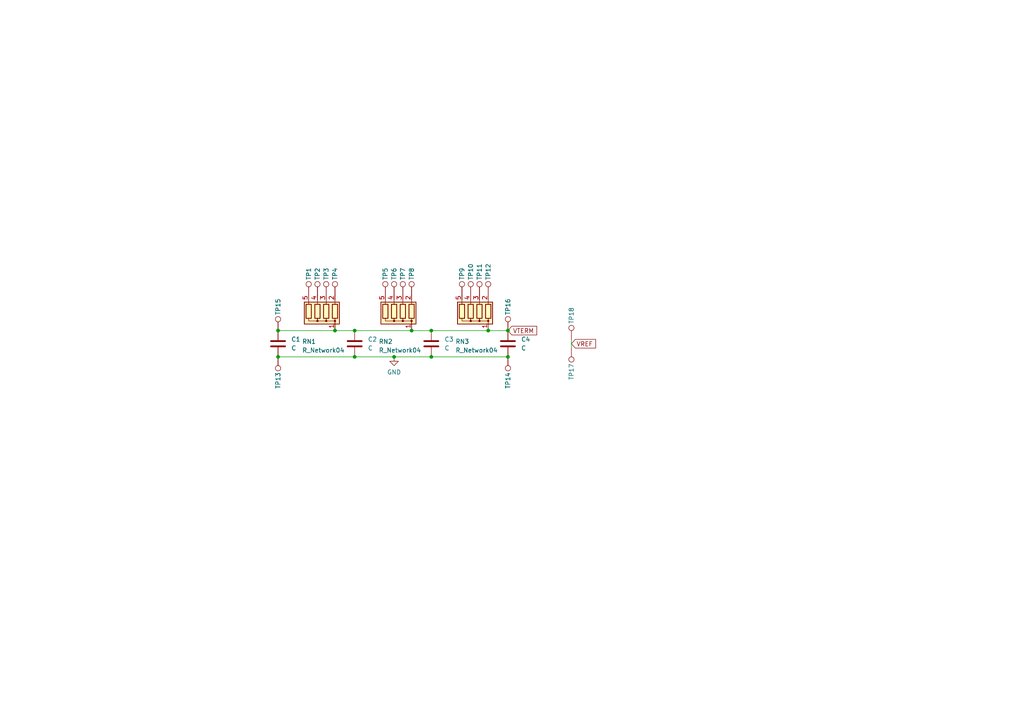
<source format=kicad_sch>
(kicad_sch (version 20230121) (generator eeschema)
  (paper "A4")
  (lib_symbols
    (symbol "Connector:TestPoint" (pin_numbers hide) (pin_names (offset 0.762) hide)
      (property "Reference" "TP" (at 0 6.858 0))
      (property "Value" "TestPoint" (at 0 5.08 0))
      (symbol "TestPoint_0_1"
        (circle (center 0 3.302) (radius 0.762))
      )
      (symbol "TestPoint_1_1"
        (pin passive line (at 0 0 90) (length 2.54) (name "1") (number "1"))
      )
    )
    (symbol "Device:C" (pin_numbers hide) (pin_names (offset 0.254))
      (property "Reference" "C" (at 0.635 2.54 0))
      (property "Value" "C" (at 0.635 -2.54 0))
      (symbol "C_0_1"
        (polyline (pts (xy -2.032 -0.762) (xy 2.032 -0.762)) (stroke (width 0.508)))
        (polyline (pts (xy -2.032 0.762) (xy 2.032 0.762)) (stroke (width 0.508)))
      )
      (symbol "C_1_1"
        (pin passive line (at 0 3.81 270) (length 2.794) (name "~") (number "1"))
        (pin passive line (at 0 -3.81 90) (length 2.794) (name "~") (number "2"))
      )
    )
    (symbol "Device:R_Network04" (pin_names (offset 0) hide)
      (property "Reference" "RN" (at -7.62 0 90))
      (property "Value" "R_Network04" (at 5.08 0 90))
      (symbol "R_Network04_0_1"
        (rectangle (start -6.35 -3.175) (end 3.81 3.175) (stroke (width 0.254)) (fill (type background)))
        (rectangle (start -5.842 1.524) (end -4.318 -2.54) (stroke (width 0.254)))
        (circle (center -5.08 2.286) (radius 0.254) (fill (type outline)))
        (rectangle (start -3.302 1.524) (end -1.778 -2.54) (stroke (width 0.254)))
        (circle (center -2.54 2.286) (radius 0.254) (fill (type outline)))
        (rectangle (start -0.762 1.524) (end 0.762 -2.54) (stroke (width 0.254)))
        (polyline (pts (xy -5.08 -2.54) (xy -5.08 -3.81)))
        (polyline (pts (xy -2.54 -2.54) (xy -2.54 -3.81)))
        (polyline (pts (xy 0 -2.54) (xy 0 -3.81)))
        (polyline (pts (xy 2.54 -2.54) (xy 2.54 -3.81)))
        (polyline (pts (xy -5.08 1.524) (xy -5.08 2.286) (xy -2.54 2.286) (xy -2.54 1.524)))
        (polyline (pts (xy -2.54 1.524) (xy -2.54 2.286) (xy 0 2.286) (xy 0 1.524)))
        (polyline (pts (xy 0 1.524) (xy 0 2.286) (xy 2.54 2.286) (xy 2.54 1.524)))
        (circle (center 0 2.286) (radius 0.254) (fill (type outline)))
        (rectangle (start 1.778 1.524) (end 3.302 -2.54) (stroke (width 0.254)))
      )
      (symbol "R_Network04_1_1"
        (pin passive line (at -5.08 5.08 270) (length 2.54) (name "common") (number "1"))
        (pin passive line (at -5.08 -5.08 90) (length 1.27) (name "R1") (number "2"))
        (pin passive line (at -2.54 -5.08 90) (length 1.27) (name "R2") (number "3"))
        (pin passive line (at 0 -5.08 90) (length 1.27) (name "R3") (number "4"))
        (pin passive line (at 2.54 -5.08 90) (length 1.27) (name "R4") (number "5"))
      )
    )
    (symbol "power:GND" (power) (pin_names (offset 0))
      (property "Value" "GND" (at 0 -3.81 0))
      (symbol "GND_0_1"
        (polyline (pts (xy 0 0) (xy 0 -1.27) (xy 1.27 -1.27) (xy 0 -2.54) (xy -1.27 -1.27) (xy 0 -1.27)))
      )
      (symbol "GND_1_1"
        (pin power_in line (at 0 0 270) (length 0) hide (name "GND") (number "1"))
      )
    )
  )
  (junction (at 147.32 95.885))
  (junction (at 114.3 103.505))
  (junction (at 125.095 103.505))
  (junction (at 97.155 95.885))
  (junction (at 102.87 103.505))
  (junction (at 147.32 103.505))
  (junction (at 125.095 95.885))
  (junction (at 102.87 95.885))
  (junction (at 80.645 95.885))
  (junction (at 119.38 95.885))
  (junction (at 141.605 95.885))
  (junction (at 80.645 103.505))
  (wire (pts (xy 102.87 103.505) (xy 114.3 103.505)))
  (wire (pts (xy 80.645 95.885) (xy 97.155 95.885)))
  (wire (pts (xy 125.095 103.505) (xy 147.32 103.505)))
  (wire (pts (xy 102.87 95.885) (xy 119.38 95.885)))
  (wire (pts (xy 97.155 95.885) (xy 102.87 95.885)))
  (wire (pts (xy 165.735 98.425) (xy 165.735 100.965)))
  (wire (pts (xy 141.605 95.885) (xy 147.32 95.885)))
  (wire (pts (xy 125.095 95.885) (xy 141.605 95.885)))
  (wire (pts (xy 119.38 95.885) (xy 125.095 95.885)))
  (wire (pts (xy 80.645 103.505) (xy 102.87 103.505)))
  (wire (pts (xy 114.3 103.505) (xy 125.095 103.505)))
  (global_label "VREF" (shape input) (at 165.735 99.695 0) (property "Intersheetrefs" "${INTERSHEET_REFS}" (effects hide)))
  (global_label "VTERM" (shape input) (at 147.32 95.885 0) (property "Intersheetrefs" "${INTERSHEET_REFS}" (effects hide)))
  (symbol (lib_id "Connector:TestPoint") (at 89.535 85.725 0) (unit 1)
    (property "Reference" "TP1" (at 89.535 81.28 90) (effects (justify left)))
    (property "Value" "TestPoint" (effects hide))
    (property "Footprint" "Library:RAM Via" (effects hide))
  )
  (symbol (lib_id "power:GND") (at 114.3 103.505 0) (unit 1)
    (property "Reference" "#PWR01" (effects hide))
    (property "Value" "GND" (at 114.3 107.95 0))
  )
  (symbol (lib_id "Connector:TestPoint") (at 147.32 95.885 0) (unit 1)
    (property "Reference" "TP16" (at 147.32 91.44 90) (effects (justify left)))
    (property "Value" "TestPoint" (effects hide))
    (property "Footprint" "Library:RAM Via 2" (effects hide))
  )
  (symbol (lib_id "Connector:TestPoint") (at 119.38 85.725 0) (unit 1)
    (property "Reference" "TP8" (at 119.38 81.28 90) (effects (justify left)))
    (property "Value" "TestPoint" (effects hide))
    (property "Footprint" "Library:RAM Via" (effects hide))
  )
  (symbol (lib_id "Connector:TestPoint") (at 139.065 85.725 0) (unit 1)
    (property "Reference" "TP11" (at 139.065 81.28 90) (effects (justify left)))
    (property "Value" "TestPoint" (effects hide))
    (property "Footprint" "Library:RAM Via" (effects hide))
  )
  (symbol (lib_id "Device:R_Network04") (at 136.525 90.805 180) (unit 1)
    (property "Reference" "RN3" (at 132.08 99.06 0) (effects (justify right)))
    (property "Value" "R_Network04" (at 132.08 101.6 0) (effects (justify right)))
    (property "Footprint" "Library:R_Array_Concave_4x0603" (effects hide))
    (property "Datasheet" "http://www.vishay.com/docs/31509/csc.pdf" (effects hide))
  )
  (symbol (lib_id "Connector:TestPoint") (at 111.76 85.725 0) (unit 1)
    (property "Reference" "TP5" (at 111.76 81.28 90) (effects (justify left)))
    (property "Value" "TestPoint" (effects hide))
    (property "Footprint" "Library:RAM Via" (effects hide))
  )
  (symbol (lib_id "Connector:TestPoint") (at 80.645 95.885 0) (unit 1)
    (property "Reference" "TP15" (at 80.645 91.44 90) (effects (justify left)))
    (property "Value" "TestPoint" (effects hide))
    (property "Footprint" "Library:RAM Via 2" (effects hide))
  )
  (symbol (lib_id "Connector:TestPoint") (at 165.735 98.425 0) (unit 1)
    (property "Reference" "TP18" (at 165.735 93.98 90) (effects (justify left)))
    (property "Value" "TestPoint" (effects hide))
    (property "Footprint" "Library:RAM Via" (effects hide))
  )
  (symbol (lib_id "Connector:TestPoint") (at 133.985 85.725 0) (unit 1)
    (property "Reference" "TP9" (at 133.985 81.28 90) (effects (justify left)))
    (property "Value" "TestPoint" (effects hide))
    (property "Footprint" "Library:RAM Via" (effects hide))
  )
  (symbol (lib_id "Connector:TestPoint") (at 165.735 100.965 180) (unit 1)
    (property "Reference" "TP17" (at 165.735 105.41 90) (effects (justify left)))
    (property "Value" "TestPoint" (effects hide))
    (property "Footprint" "Library:RAM Via 2" (effects hide))
  )
  (symbol (lib_id "Connector:TestPoint") (at 141.605 85.725 0) (unit 1)
    (property "Reference" "TP12" (at 141.605 81.28 90) (effects (justify left)))
    (property "Value" "TestPoint" (effects hide))
    (property "Footprint" "Library:RAM Via" (effects hide))
  )
  (symbol (lib_id "Connector:TestPoint") (at 116.84 85.725 0) (unit 1)
    (property "Reference" "TP7" (at 116.84 81.28 90) (effects (justify left)))
    (property "Value" "TestPoint" (effects hide))
    (property "Footprint" "Library:RAM Via" (effects hide))
  )
  (symbol (lib_id "Connector:TestPoint") (at 80.645 103.505 180) (unit 1)
    (property "Reference" "TP13" (at 80.645 107.95 90) (effects (justify left)))
    (property "Value" "TestPoint" (effects hide))
    (property "Footprint" "Library:RAM GND" (effects hide))
  )
  (symbol (lib_id "Connector:TestPoint") (at 92.075 85.725 0) (unit 1)
    (property "Reference" "TP2" (at 92.075 81.28 90) (effects (justify left)))
    (property "Value" "TestPoint" (effects hide))
    (property "Footprint" "Library:RAM Via" (effects hide))
  )
  (symbol (lib_id "Device:C") (at 147.32 99.695 0) (unit 1)
    (property "Reference" "C4" (at 151.13 98.425 0) (effects (justify left)))
    (property "Value" "C" (at 151.13 100.965 0) (effects (justify left)))
    (property "Footprint" "Capacitor_SMD:C_0603_1608Metric" (effects hide))
  )
  (symbol (lib_id "Connector:TestPoint") (at 114.3 85.725 0) (unit 1)
    (property "Reference" "TP6" (at 114.3 81.28 90) (effects (justify left)))
    (property "Value" "TestPoint" (effects hide))
    (property "Footprint" "Library:RAM Via" (effects hide))
  )
  (symbol (lib_id "Device:C") (at 125.095 99.695 0) (unit 1)
    (property "Reference" "C3" (at 128.905 98.425 0) (effects (justify left)))
    (property "Value" "C" (at 128.905 100.965 0) (effects (justify left)))
    (property "Footprint" "Capacitor_SMD:C_0603_1608Metric" (effects hide))
  )
  (symbol (lib_id "Connector:TestPoint") (at 94.615 85.725 0) (unit 1)
    (property "Reference" "TP3" (at 94.615 81.28 90) (effects (justify left)))
    (property "Value" "TestPoint" (effects hide))
    (property "Footprint" "Library:RAM Via" (effects hide))
  )
  (symbol (lib_id "Connector:TestPoint") (at 136.525 85.725 0) (unit 1)
    (property "Reference" "TP10" (at 136.525 81.28 90) (effects (justify left)))
    (property "Value" "TestPoint" (effects hide))
    (property "Footprint" "Library:RAM Via" (effects hide))
  )
  (symbol (lib_id "Device:R_Network04") (at 92.075 90.805 180) (unit 1)
    (property "Reference" "RN1" (at 87.63 99.06 0) (effects (justify right)))
    (property "Value" "R_Network04" (at 87.63 101.6 0) (effects (justify right)))
    (property "Footprint" "Library:R_Array_Concave_4x0603" (effects hide))
    (property "Datasheet" "http://www.vishay.com/docs/31509/csc.pdf" (effects hide))
  )
  (symbol (lib_id "Device:C") (at 80.645 99.695 0) (unit 1)
    (property "Reference" "C1" (at 84.455 98.425 0) (effects (justify left)))
    (property "Value" "C" (at 84.455 100.965 0) (effects (justify left)))
    (property "Footprint" "Capacitor_SMD:C_0603_1608Metric" (effects hide))
  )
  (symbol (lib_id "Device:R_Network04") (at 114.3 90.805 180) (unit 1)
    (property "Reference" "RN2" (at 109.855 99.06 0) (effects (justify right)))
    (property "Value" "R_Network04" (at 109.855 101.6 0) (effects (justify right)))
    (property "Footprint" "Library:R_Array_Concave_4x0603" (effects hide))
    (property "Datasheet" "http://www.vishay.com/docs/31509/csc.pdf" (effects hide))
  )
  (symbol (lib_id "Device:C") (at 102.87 99.695 0) (unit 1)
    (property "Reference" "C2" (at 106.68 98.425 0) (effects (justify left)))
    (property "Value" "C" (at 106.68 100.965 0) (effects (justify left)))
    (property "Footprint" "Capacitor_SMD:C_0603_1608Metric" (effects hide))
  )
  (symbol (lib_id "Connector:TestPoint") (at 97.155 85.725 0) (unit 1)
    (property "Reference" "TP4" (at 97.155 81.28 90) (effects (justify left)))
    (property "Value" "TestPoint" (effects hide))
    (property "Footprint" "Library:RAM Via" (effects hide))
  )
  (symbol (lib_id "Connector:TestPoint") (at 147.32 103.505 180) (unit 1)
    (property "Reference" "TP14" (at 147.32 107.95 90) (effects (justify left)))
    (property "Value" "TestPoint" (effects hide))
    (property "Footprint" "Library:RAM GND" (effects hide))
  )
)
</source>
